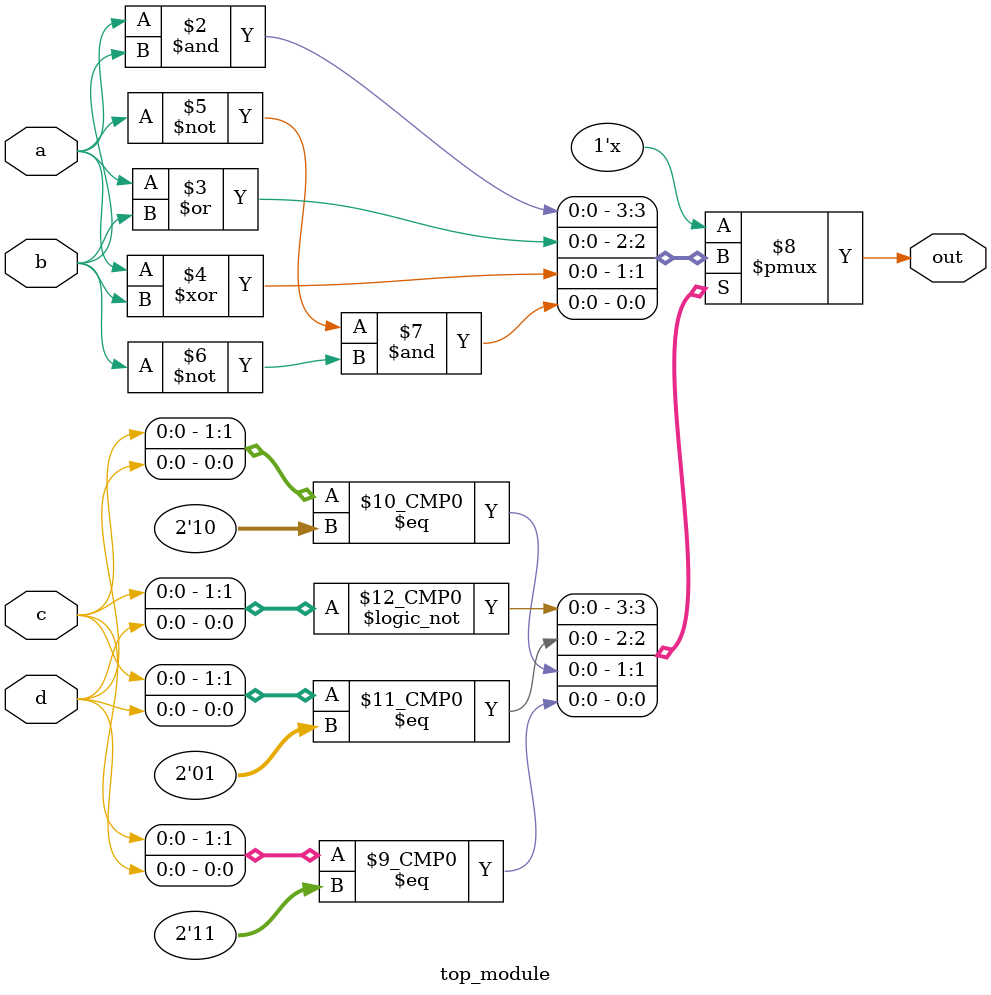
<source format=sv>
module top_module (
	input a, 
	input b,
	input c,
	input d,
	output reg out
);

// Implement the truth table specified by the Karnaugh map
always @ (a or b or c or d)
begin
	case ({c, d})
		2'b00: out = a & b;
		2'b01: out = a | b;
		2'b10: out = a ^ b;
		2'b11: out = ~a & ~b;
	endcase
end

endmodule

</source>
